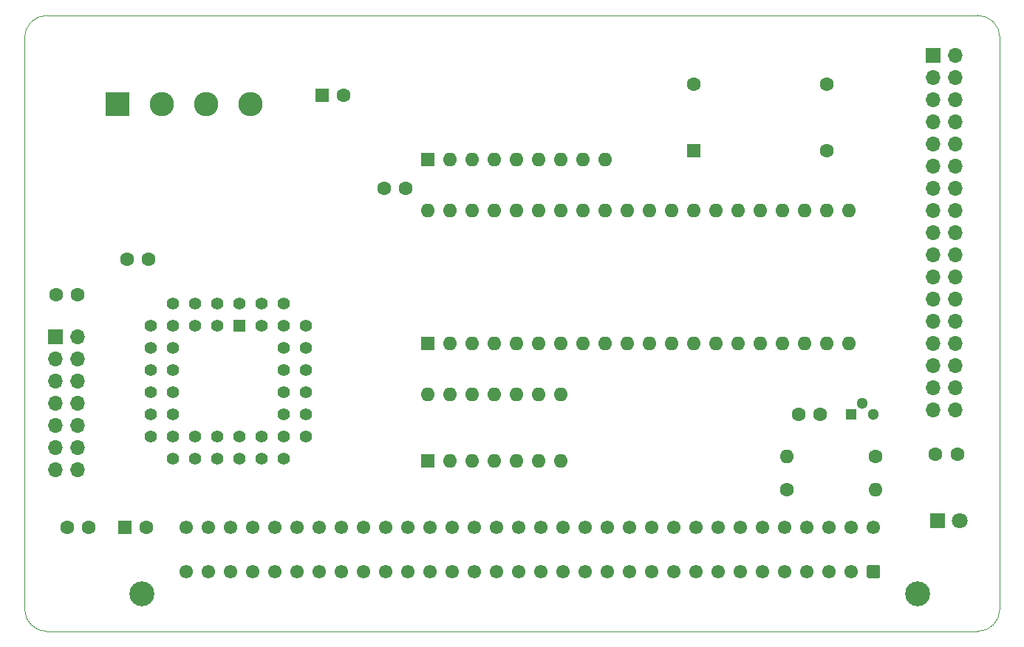
<source format=gbr>
%TF.GenerationSoftware,KiCad,Pcbnew,(5.1.10)-1*%
%TF.CreationDate,2021-05-24T14:39:04+01:00*%
%TF.ProjectId,FloppyDiskController,466c6f70-7079-4446-9973-6b436f6e7472,rev?*%
%TF.SameCoordinates,Original*%
%TF.FileFunction,Soldermask,Top*%
%TF.FilePolarity,Negative*%
%FSLAX46Y46*%
G04 Gerber Fmt 4.6, Leading zero omitted, Abs format (unit mm)*
G04 Created by KiCad (PCBNEW (5.1.10)-1) date 2021-05-24 14:39:04*
%MOMM*%
%LPD*%
G01*
G04 APERTURE LIST*
%TA.AperFunction,Profile*%
%ADD10C,0.050000*%
%TD*%
%ADD11C,2.780000*%
%ADD12R,2.780000X2.780000*%
%ADD13C,1.600000*%
%ADD14R,1.600000X1.600000*%
%ADD15O,1.600000X1.600000*%
%ADD16C,1.422400*%
%ADD17R,1.422400X1.422400*%
%ADD18R,1.300000X1.300000*%
%ADD19C,1.300000*%
%ADD20O,1.700000X1.700000*%
%ADD21R,1.700000X1.700000*%
%ADD22C,1.550000*%
%ADD23C,2.850000*%
%ADD24C,1.800000*%
%ADD25R,1.800000X1.800000*%
G04 APERTURE END LIST*
D10*
X86360000Y-66040000D02*
X86360000Y-58928000D01*
X104140000Y-56388000D02*
X88900000Y-56388000D01*
X104140000Y-127000000D02*
X88900000Y-127000000D01*
X195580000Y-56388000D02*
X104140000Y-56388000D01*
X198120000Y-66294000D02*
X198120000Y-58928000D01*
X198120000Y-124460000D02*
G75*
G02*
X195580000Y-127000000I-2540000J0D01*
G01*
X195580000Y-56388000D02*
G75*
G02*
X198120000Y-58928000I0J-2540000D01*
G01*
X86360000Y-58928000D02*
G75*
G02*
X88900000Y-56388000I2540000J0D01*
G01*
X88900000Y-127000000D02*
G75*
G02*
X86360000Y-124460000I0J2540000D01*
G01*
X86360000Y-66040000D02*
X86360000Y-124460000D01*
X198120000Y-124460000D02*
X198120000Y-66294000D01*
X104140000Y-127000000D02*
X195580000Y-127000000D01*
D11*
%TO.C,J4*%
X112268000Y-66548000D03*
X107188000Y-66548000D03*
X102108000Y-66548000D03*
D12*
X97028000Y-66548000D03*
%TD*%
D13*
%TO.C,C8*%
X100330000Y-115062000D03*
D14*
X97830000Y-115062000D03*
%TD*%
D13*
%TO.C,C7*%
X122936000Y-65532000D03*
D14*
X120436000Y-65532000D03*
%TD*%
D13*
%TO.C,X1*%
X178308000Y-71882000D03*
X178308000Y-64262000D03*
X163068000Y-64262000D03*
D14*
X163068000Y-71882000D03*
%TD*%
D15*
%TO.C,U3*%
X132588000Y-78740000D03*
X180848000Y-93980000D03*
X135128000Y-78740000D03*
X178308000Y-93980000D03*
X137668000Y-78740000D03*
X175768000Y-93980000D03*
X140208000Y-78740000D03*
X173228000Y-93980000D03*
X142748000Y-78740000D03*
X170688000Y-93980000D03*
X145288000Y-78740000D03*
X168148000Y-93980000D03*
X147828000Y-78740000D03*
X165608000Y-93980000D03*
X150368000Y-78740000D03*
X163068000Y-93980000D03*
X152908000Y-78740000D03*
X160528000Y-93980000D03*
X155448000Y-78740000D03*
X157988000Y-93980000D03*
X157988000Y-78740000D03*
X155448000Y-93980000D03*
X160528000Y-78740000D03*
X152908000Y-93980000D03*
X163068000Y-78740000D03*
X150368000Y-93980000D03*
X165608000Y-78740000D03*
X147828000Y-93980000D03*
X168148000Y-78740000D03*
X145288000Y-93980000D03*
X170688000Y-78740000D03*
X142748000Y-93980000D03*
X173228000Y-78740000D03*
X140208000Y-93980000D03*
X175768000Y-78740000D03*
X137668000Y-93980000D03*
X178308000Y-78740000D03*
X135128000Y-93980000D03*
X180848000Y-78740000D03*
D14*
X132588000Y-93980000D03*
%TD*%
D16*
%TO.C,U2*%
X118618000Y-91948000D03*
X118618000Y-94488000D03*
X118618000Y-97028000D03*
X118618000Y-99568000D03*
X118618000Y-102108000D03*
X116078000Y-89408000D03*
X116078000Y-94488000D03*
X116078000Y-97028000D03*
X116078000Y-99568000D03*
X116078000Y-102108000D03*
X116078000Y-104648000D03*
X116078000Y-107188000D03*
X113538000Y-107188000D03*
X110998000Y-107188000D03*
X108458000Y-107188000D03*
X105918000Y-107188000D03*
X103378000Y-107188000D03*
X118618000Y-104648000D03*
X113538000Y-104648000D03*
X110998000Y-104648000D03*
X108458000Y-104648000D03*
X105918000Y-104648000D03*
X103378000Y-104648000D03*
X100838000Y-104648000D03*
X100838000Y-102108000D03*
X100838000Y-99568000D03*
X100838000Y-97028000D03*
X100838000Y-94488000D03*
X100838000Y-91948000D03*
X103378000Y-102108000D03*
X103378000Y-99568000D03*
X103378000Y-97028000D03*
X103378000Y-94488000D03*
X103378000Y-91948000D03*
X113538000Y-89408000D03*
X110998000Y-89408000D03*
X103378000Y-89408000D03*
X105918000Y-89408000D03*
X108458000Y-89408000D03*
X116078000Y-91948000D03*
X113538000Y-91948000D03*
X105918000Y-91948000D03*
X108458000Y-91948000D03*
D17*
X110998000Y-91948000D03*
%TD*%
D15*
%TO.C,U1*%
X132588000Y-99822000D03*
X147828000Y-107442000D03*
X135128000Y-99822000D03*
X145288000Y-107442000D03*
X137668000Y-99822000D03*
X142748000Y-107442000D03*
X140208000Y-99822000D03*
X140208000Y-107442000D03*
X142748000Y-99822000D03*
X137668000Y-107442000D03*
X145288000Y-99822000D03*
X135128000Y-107442000D03*
X147828000Y-99822000D03*
D14*
X132588000Y-107442000D03*
%TD*%
D15*
%TO.C,RN1*%
X152908000Y-72898000D03*
X150368000Y-72898000D03*
X147828000Y-72898000D03*
X145288000Y-72898000D03*
X142748000Y-72898000D03*
X140208000Y-72898000D03*
X137668000Y-72898000D03*
X135128000Y-72898000D03*
D14*
X132588000Y-72898000D03*
%TD*%
D15*
%TO.C,R2*%
X173736000Y-106934000D03*
D13*
X183896000Y-106934000D03*
%TD*%
D15*
%TO.C,R1*%
X183896000Y-110744000D03*
D13*
X173736000Y-110744000D03*
%TD*%
D18*
%TO.C,Q1*%
X181102000Y-102108000D03*
D19*
X183642000Y-102108000D03*
X182372000Y-100838000D03*
%TD*%
D20*
%TO.C,J3*%
X193040000Y-101600000D03*
X190500000Y-101600000D03*
X193040000Y-99060000D03*
X190500000Y-99060000D03*
X193040000Y-96520000D03*
X190500000Y-96520000D03*
X193040000Y-93980000D03*
X190500000Y-93980000D03*
X193040000Y-91440000D03*
X190500000Y-91440000D03*
X193040000Y-88900000D03*
X190500000Y-88900000D03*
X193040000Y-86360000D03*
X190500000Y-86360000D03*
X193040000Y-83820000D03*
X190500000Y-83820000D03*
X193040000Y-81280000D03*
X190500000Y-81280000D03*
X193040000Y-78740000D03*
X190500000Y-78740000D03*
X193040000Y-76200000D03*
X190500000Y-76200000D03*
X193040000Y-73660000D03*
X190500000Y-73660000D03*
X193040000Y-71120000D03*
X190500000Y-71120000D03*
X193040000Y-68580000D03*
X190500000Y-68580000D03*
X193040000Y-66040000D03*
X190500000Y-66040000D03*
X193040000Y-63500000D03*
X190500000Y-63500000D03*
X193040000Y-60960000D03*
D21*
X190500000Y-60960000D03*
%TD*%
D20*
%TO.C,J2*%
X92456000Y-108458000D03*
X89916000Y-108458000D03*
X92456000Y-105918000D03*
X89916000Y-105918000D03*
X92456000Y-103378000D03*
X89916000Y-103378000D03*
X92456000Y-100838000D03*
X89916000Y-100838000D03*
X92456000Y-98298000D03*
X89916000Y-98298000D03*
X92456000Y-95758000D03*
X89916000Y-95758000D03*
X92456000Y-93218000D03*
D21*
X89916000Y-93218000D03*
%TD*%
D22*
%TO.C,J1*%
X104902000Y-115062000D03*
X107442000Y-115062000D03*
X109982000Y-115062000D03*
X112522000Y-115062000D03*
X115062000Y-115062000D03*
X117602000Y-115062000D03*
X120142000Y-115062000D03*
X122682000Y-115062000D03*
X125222000Y-115062000D03*
X127762000Y-115062000D03*
X130302000Y-115062000D03*
X132842000Y-115062000D03*
X135382000Y-115062000D03*
X137922000Y-115062000D03*
X140462000Y-115062000D03*
X143002000Y-115062000D03*
X145542000Y-115062000D03*
X148082000Y-115062000D03*
X150622000Y-115062000D03*
X153162000Y-115062000D03*
X155702000Y-115062000D03*
X158242000Y-115062000D03*
X160782000Y-115062000D03*
X163322000Y-115062000D03*
X165862000Y-115062000D03*
X168402000Y-115062000D03*
X170942000Y-115062000D03*
X173482000Y-115062000D03*
X176022000Y-115062000D03*
X178562000Y-115062000D03*
X181102000Y-115062000D03*
X183642000Y-115062000D03*
X104902000Y-120142000D03*
X107442000Y-120142000D03*
X109982000Y-120142000D03*
X112522000Y-120142000D03*
X115062000Y-120142000D03*
X117602000Y-120142000D03*
X120142000Y-120142000D03*
X122682000Y-120142000D03*
X125222000Y-120142000D03*
X127762000Y-120142000D03*
X130302000Y-120142000D03*
X132842000Y-120142000D03*
X135382000Y-120142000D03*
X137922000Y-120142000D03*
X140462000Y-120142000D03*
X143002000Y-120142000D03*
X145542000Y-120142000D03*
X148082000Y-120142000D03*
X150622000Y-120142000D03*
X153162000Y-120142000D03*
X155702000Y-120142000D03*
X158242000Y-120142000D03*
X160782000Y-120142000D03*
X163322000Y-120142000D03*
X165862000Y-120142000D03*
X168402000Y-120142000D03*
X170942000Y-120142000D03*
X173482000Y-120142000D03*
X176022000Y-120142000D03*
X178562000Y-120142000D03*
X181102000Y-120142000D03*
G36*
G01*
X184417000Y-119616999D02*
X184417000Y-120667001D01*
G75*
G02*
X184167001Y-120917000I-249999J0D01*
G01*
X183116999Y-120917000D01*
G75*
G02*
X182867000Y-120667001I0J249999D01*
G01*
X182867000Y-119616999D01*
G75*
G02*
X183116999Y-119367000I249999J0D01*
G01*
X184167001Y-119367000D01*
G75*
G02*
X184417000Y-119616999I0J-249999D01*
G01*
G37*
D23*
X99822000Y-122682000D03*
X188722000Y-122682000D03*
%TD*%
D24*
%TO.C,D1*%
X193548000Y-114300000D03*
D25*
X191008000Y-114300000D03*
%TD*%
D13*
%TO.C,C6*%
X92456000Y-88392000D03*
X89956000Y-88392000D03*
%TD*%
%TO.C,C5*%
X130048000Y-76200000D03*
X127548000Y-76200000D03*
%TD*%
%TO.C,C4*%
X177546000Y-102108000D03*
X175046000Y-102108000D03*
%TD*%
%TO.C,C3*%
X193254000Y-106680000D03*
X190754000Y-106680000D03*
%TD*%
%TO.C,C2*%
X93726000Y-115062000D03*
X91226000Y-115062000D03*
%TD*%
%TO.C,C1*%
X100584000Y-84328000D03*
X98084000Y-84328000D03*
%TD*%
M02*

</source>
